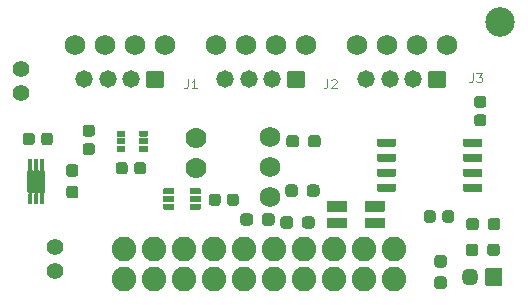
<source format=gts>
%TF.GenerationSoftware,KiCad,Pcbnew,(5.1.9)-1*%
%TF.CreationDate,2021-02-11T09:32:34-08:00*%
%TF.ProjectId,KNH002rev4,4b4e4830-3032-4726-9576-342e6b696361,rev?*%
%TF.SameCoordinates,Original*%
%TF.FileFunction,Soldermask,Top*%
%TF.FilePolarity,Negative*%
%FSLAX46Y46*%
G04 Gerber Fmt 4.6, Leading zero omitted, Abs format (unit mm)*
G04 Created by KiCad (PCBNEW (5.1.9)-1) date 2021-02-11 09:32:34*
%MOMM*%
%LPD*%
G01*
G04 APERTURE LIST*
%ADD10C,0.077216*%
%ADD11C,1.727200*%
%ADD12C,1.473200*%
%ADD13O,1.451600X1.451600*%
%ADD14C,2.501600*%
%ADD15C,1.422400*%
%ADD16C,1.778000*%
%ADD17C,2.082800*%
%ADD18C,0.100000*%
G04 APERTURE END LIST*
%TO.C,J1*%
D10*
X142377155Y-98759070D02*
X142377155Y-99310613D01*
X142340385Y-99420921D01*
X142266846Y-99494460D01*
X142156538Y-99531230D01*
X142082998Y-99531230D01*
X143149315Y-99531230D02*
X142708080Y-99531230D01*
X142928698Y-99531230D02*
X142928698Y-98759070D01*
X142855158Y-98869379D01*
X142781619Y-98942918D01*
X142708080Y-98979687D01*
X142377155Y-98759070D02*
X142377155Y-99310613D01*
X142340385Y-99420921D01*
X142266846Y-99494460D01*
X142156538Y-99531230D01*
X142082998Y-99531230D01*
X143149315Y-99531230D02*
X142708080Y-99531230D01*
X142928698Y-99531230D02*
X142928698Y-98759070D01*
X142855158Y-98869379D01*
X142781619Y-98942918D01*
X142708080Y-98979687D01*
X142377155Y-98759070D02*
X142377155Y-99310613D01*
X142340385Y-99420921D01*
X142266846Y-99494460D01*
X142156538Y-99531230D01*
X142082998Y-99531230D01*
X143149315Y-99531230D02*
X142708080Y-99531230D01*
X142928698Y-99531230D02*
X142928698Y-98759070D01*
X142855158Y-98869379D01*
X142781619Y-98942918D01*
X142708080Y-98979687D01*
X142377155Y-98759070D02*
X142377155Y-99310613D01*
X142340385Y-99420921D01*
X142266846Y-99494460D01*
X142156538Y-99531230D01*
X142082998Y-99531230D01*
X143149315Y-99531230D02*
X142708080Y-99531230D01*
X142928698Y-99531230D02*
X142928698Y-98759070D01*
X142855158Y-98869379D01*
X142781619Y-98942918D01*
X142708080Y-98979687D01*
X142377155Y-98759070D02*
X142377155Y-99310613D01*
X142340385Y-99420921D01*
X142266846Y-99494460D01*
X142156538Y-99531230D01*
X142082998Y-99531230D01*
X143149315Y-99531230D02*
X142708080Y-99531230D01*
X142928698Y-99531230D02*
X142928698Y-98759070D01*
X142855158Y-98869379D01*
X142781619Y-98942918D01*
X142708080Y-98979687D01*
X142377155Y-98759070D02*
X142377155Y-99310613D01*
X142340385Y-99420921D01*
X142266846Y-99494460D01*
X142156538Y-99531230D01*
X142082998Y-99531230D01*
X143149315Y-99531230D02*
X142708080Y-99531230D01*
X142928698Y-99531230D02*
X142928698Y-98759070D01*
X142855158Y-98869379D01*
X142781619Y-98942918D01*
X142708080Y-98979687D01*
X142377155Y-98759070D02*
X142377155Y-99310613D01*
X142340385Y-99420921D01*
X142266846Y-99494460D01*
X142156538Y-99531230D01*
X142082998Y-99531230D01*
X143149315Y-99531230D02*
X142708080Y-99531230D01*
X142928698Y-99531230D02*
X142928698Y-98759070D01*
X142855158Y-98869379D01*
X142781619Y-98942918D01*
X142708080Y-98979687D01*
X142377155Y-98759070D02*
X142377155Y-99310613D01*
X142340385Y-99420921D01*
X142266846Y-99494460D01*
X142156538Y-99531230D01*
X142082998Y-99531230D01*
X143149315Y-99531230D02*
X142708080Y-99531230D01*
X142928698Y-99531230D02*
X142928698Y-98759070D01*
X142855158Y-98869379D01*
X142781619Y-98942918D01*
X142708080Y-98979687D01*
X142377155Y-98759070D02*
X142377155Y-99310613D01*
X142340385Y-99420921D01*
X142266846Y-99494460D01*
X142156538Y-99531230D01*
X142082998Y-99531230D01*
X143149315Y-99531230D02*
X142708080Y-99531230D01*
X142928698Y-99531230D02*
X142928698Y-98759070D01*
X142855158Y-98869379D01*
X142781619Y-98942918D01*
X142708080Y-98979687D01*
X142377155Y-98759070D02*
X142377155Y-99310613D01*
X142340385Y-99420921D01*
X142266846Y-99494460D01*
X142156538Y-99531230D01*
X142082998Y-99531230D01*
X143149315Y-99531230D02*
X142708080Y-99531230D01*
X142928698Y-99531230D02*
X142928698Y-98759070D01*
X142855158Y-98869379D01*
X142781619Y-98942918D01*
X142708080Y-98979687D01*
X142377155Y-98759070D02*
X142377155Y-99310613D01*
X142340385Y-99420921D01*
X142266846Y-99494460D01*
X142156538Y-99531230D01*
X142082998Y-99531230D01*
X143149315Y-99531230D02*
X142708080Y-99531230D01*
X142928698Y-99531230D02*
X142928698Y-98759070D01*
X142855158Y-98869379D01*
X142781619Y-98942918D01*
X142708080Y-98979687D01*
X142377155Y-98759070D02*
X142377155Y-99310613D01*
X142340385Y-99420921D01*
X142266846Y-99494460D01*
X142156538Y-99531230D01*
X142082998Y-99531230D01*
X143149315Y-99531230D02*
X142708080Y-99531230D01*
X142928698Y-99531230D02*
X142928698Y-98759070D01*
X142855158Y-98869379D01*
X142781619Y-98942918D01*
X142708080Y-98979687D01*
X142377155Y-98759070D02*
X142377155Y-99310613D01*
X142340385Y-99420921D01*
X142266846Y-99494460D01*
X142156538Y-99531230D01*
X142082998Y-99531230D01*
X143149315Y-99531230D02*
X142708080Y-99531230D01*
X142928698Y-99531230D02*
X142928698Y-98759070D01*
X142855158Y-98869379D01*
X142781619Y-98942918D01*
X142708080Y-98979687D01*
X142377155Y-98759070D02*
X142377155Y-99310613D01*
X142340385Y-99420921D01*
X142266846Y-99494460D01*
X142156538Y-99531230D01*
X142082998Y-99531230D01*
X143149315Y-99531230D02*
X142708080Y-99531230D01*
X142928698Y-99531230D02*
X142928698Y-98759070D01*
X142855158Y-98869379D01*
X142781619Y-98942918D01*
X142708080Y-98979687D01*
X142377155Y-98759070D02*
X142377155Y-99310613D01*
X142340385Y-99420921D01*
X142266846Y-99494460D01*
X142156538Y-99531230D01*
X142082998Y-99531230D01*
X143149315Y-99531230D02*
X142708080Y-99531230D01*
X142928698Y-99531230D02*
X142928698Y-98759070D01*
X142855158Y-98869379D01*
X142781619Y-98942918D01*
X142708080Y-98979687D01*
X142377155Y-98759070D02*
X142377155Y-99310613D01*
X142340385Y-99420921D01*
X142266846Y-99494460D01*
X142156538Y-99531230D01*
X142082998Y-99531230D01*
X143149315Y-99531230D02*
X142708080Y-99531230D01*
X142928698Y-99531230D02*
X142928698Y-98759070D01*
X142855158Y-98869379D01*
X142781619Y-98942918D01*
X142708080Y-98979687D01*
X142377155Y-98759070D02*
X142377155Y-99310613D01*
X142340385Y-99420921D01*
X142266846Y-99494460D01*
X142156538Y-99531230D01*
X142082998Y-99531230D01*
X143149315Y-99531230D02*
X142708080Y-99531230D01*
X142928698Y-99531230D02*
X142928698Y-98759070D01*
X142855158Y-98869379D01*
X142781619Y-98942918D01*
X142708080Y-98979687D01*
X142377155Y-98759070D02*
X142377155Y-99310613D01*
X142340385Y-99420921D01*
X142266846Y-99494460D01*
X142156538Y-99531230D01*
X142082998Y-99531230D01*
X143149315Y-99531230D02*
X142708080Y-99531230D01*
X142928698Y-99531230D02*
X142928698Y-98759070D01*
X142855158Y-98869379D01*
X142781619Y-98942918D01*
X142708080Y-98979687D01*
X142377155Y-98759070D02*
X142377155Y-99310613D01*
X142340385Y-99420921D01*
X142266846Y-99494460D01*
X142156538Y-99531230D01*
X142082998Y-99531230D01*
X143149315Y-99531230D02*
X142708080Y-99531230D01*
X142928698Y-99531230D02*
X142928698Y-98759070D01*
X142855158Y-98869379D01*
X142781619Y-98942918D01*
X142708080Y-98979687D01*
X142377155Y-98759070D02*
X142377155Y-99310613D01*
X142340385Y-99420921D01*
X142266846Y-99494460D01*
X142156538Y-99531230D01*
X142082998Y-99531230D01*
X143149315Y-99531230D02*
X142708080Y-99531230D01*
X142928698Y-99531230D02*
X142928698Y-98759070D01*
X142855158Y-98869379D01*
X142781619Y-98942918D01*
X142708080Y-98979687D01*
X142377155Y-98759070D02*
X142377155Y-99310613D01*
X142340385Y-99420921D01*
X142266846Y-99494460D01*
X142156538Y-99531230D01*
X142082998Y-99531230D01*
X143149315Y-99531230D02*
X142708080Y-99531230D01*
X142928698Y-99531230D02*
X142928698Y-98759070D01*
X142855158Y-98869379D01*
X142781619Y-98942918D01*
X142708080Y-98979687D01*
X142377155Y-98759070D02*
X142377155Y-99310613D01*
X142340385Y-99420921D01*
X142266846Y-99494460D01*
X142156538Y-99531230D01*
X142082998Y-99531230D01*
X143149315Y-99531230D02*
X142708080Y-99531230D01*
X142928698Y-99531230D02*
X142928698Y-98759070D01*
X142855158Y-98869379D01*
X142781619Y-98942918D01*
X142708080Y-98979687D01*
X142377155Y-98759070D02*
X142377155Y-99310613D01*
X142340385Y-99420921D01*
X142266846Y-99494460D01*
X142156538Y-99531230D01*
X142082998Y-99531230D01*
X143149315Y-99531230D02*
X142708080Y-99531230D01*
X142928698Y-99531230D02*
X142928698Y-98759070D01*
X142855158Y-98869379D01*
X142781619Y-98942918D01*
X142708080Y-98979687D01*
X142377155Y-98759070D02*
X142377155Y-99310613D01*
X142340385Y-99420921D01*
X142266846Y-99494460D01*
X142156538Y-99531230D01*
X142082998Y-99531230D01*
X143149315Y-99531230D02*
X142708080Y-99531230D01*
X142928698Y-99531230D02*
X142928698Y-98759070D01*
X142855158Y-98869379D01*
X142781619Y-98942918D01*
X142708080Y-98979687D01*
X142377155Y-98759070D02*
X142377155Y-99310613D01*
X142340385Y-99420921D01*
X142266846Y-99494460D01*
X142156538Y-99531230D01*
X142082998Y-99531230D01*
X143149315Y-99531230D02*
X142708080Y-99531230D01*
X142928698Y-99531230D02*
X142928698Y-98759070D01*
X142855158Y-98869379D01*
X142781619Y-98942918D01*
X142708080Y-98979687D01*
X142377155Y-98759070D02*
X142377155Y-99310613D01*
X142340385Y-99420921D01*
X142266846Y-99494460D01*
X142156538Y-99531230D01*
X142082998Y-99531230D01*
X143149315Y-99531230D02*
X142708080Y-99531230D01*
X142928698Y-99531230D02*
X142928698Y-98759070D01*
X142855158Y-98869379D01*
X142781619Y-98942918D01*
X142708080Y-98979687D01*
%TO.C,J2*%
X154188155Y-98759070D02*
X154188155Y-99310613D01*
X154151385Y-99420921D01*
X154077846Y-99494460D01*
X153967538Y-99531230D01*
X153893998Y-99531230D01*
X154519080Y-98832609D02*
X154555850Y-98795840D01*
X154629389Y-98759070D01*
X154813237Y-98759070D01*
X154886776Y-98795840D01*
X154923545Y-98832609D01*
X154960315Y-98906148D01*
X154960315Y-98979687D01*
X154923545Y-99089996D01*
X154482311Y-99531230D01*
X154960315Y-99531230D01*
X154188155Y-98759070D02*
X154188155Y-99310613D01*
X154151385Y-99420921D01*
X154077846Y-99494460D01*
X153967538Y-99531230D01*
X153893998Y-99531230D01*
X154519080Y-98832609D02*
X154555850Y-98795840D01*
X154629389Y-98759070D01*
X154813237Y-98759070D01*
X154886776Y-98795840D01*
X154923545Y-98832609D01*
X154960315Y-98906148D01*
X154960315Y-98979687D01*
X154923545Y-99089996D01*
X154482311Y-99531230D01*
X154960315Y-99531230D01*
X154188155Y-98759070D02*
X154188155Y-99310613D01*
X154151385Y-99420921D01*
X154077846Y-99494460D01*
X153967538Y-99531230D01*
X153893998Y-99531230D01*
X154519080Y-98832609D02*
X154555850Y-98795840D01*
X154629389Y-98759070D01*
X154813237Y-98759070D01*
X154886776Y-98795840D01*
X154923545Y-98832609D01*
X154960315Y-98906148D01*
X154960315Y-98979687D01*
X154923545Y-99089996D01*
X154482311Y-99531230D01*
X154960315Y-99531230D01*
X154188155Y-98759070D02*
X154188155Y-99310613D01*
X154151385Y-99420921D01*
X154077846Y-99494460D01*
X153967538Y-99531230D01*
X153893998Y-99531230D01*
X154519080Y-98832609D02*
X154555850Y-98795840D01*
X154629389Y-98759070D01*
X154813237Y-98759070D01*
X154886776Y-98795840D01*
X154923545Y-98832609D01*
X154960315Y-98906148D01*
X154960315Y-98979687D01*
X154923545Y-99089996D01*
X154482311Y-99531230D01*
X154960315Y-99531230D01*
X154188155Y-98759070D02*
X154188155Y-99310613D01*
X154151385Y-99420921D01*
X154077846Y-99494460D01*
X153967538Y-99531230D01*
X153893998Y-99531230D01*
X154519080Y-98832609D02*
X154555850Y-98795840D01*
X154629389Y-98759070D01*
X154813237Y-98759070D01*
X154886776Y-98795840D01*
X154923545Y-98832609D01*
X154960315Y-98906148D01*
X154960315Y-98979687D01*
X154923545Y-99089996D01*
X154482311Y-99531230D01*
X154960315Y-99531230D01*
X154188155Y-98759070D02*
X154188155Y-99310613D01*
X154151385Y-99420921D01*
X154077846Y-99494460D01*
X153967538Y-99531230D01*
X153893998Y-99531230D01*
X154519080Y-98832609D02*
X154555850Y-98795840D01*
X154629389Y-98759070D01*
X154813237Y-98759070D01*
X154886776Y-98795840D01*
X154923545Y-98832609D01*
X154960315Y-98906148D01*
X154960315Y-98979687D01*
X154923545Y-99089996D01*
X154482311Y-99531230D01*
X154960315Y-99531230D01*
X154188155Y-98759070D02*
X154188155Y-99310613D01*
X154151385Y-99420921D01*
X154077846Y-99494460D01*
X153967538Y-99531230D01*
X153893998Y-99531230D01*
X154519080Y-98832609D02*
X154555850Y-98795840D01*
X154629389Y-98759070D01*
X154813237Y-98759070D01*
X154886776Y-98795840D01*
X154923545Y-98832609D01*
X154960315Y-98906148D01*
X154960315Y-98979687D01*
X154923545Y-99089996D01*
X154482311Y-99531230D01*
X154960315Y-99531230D01*
X154188155Y-98759070D02*
X154188155Y-99310613D01*
X154151385Y-99420921D01*
X154077846Y-99494460D01*
X153967538Y-99531230D01*
X153893998Y-99531230D01*
X154519080Y-98832609D02*
X154555850Y-98795840D01*
X154629389Y-98759070D01*
X154813237Y-98759070D01*
X154886776Y-98795840D01*
X154923545Y-98832609D01*
X154960315Y-98906148D01*
X154960315Y-98979687D01*
X154923545Y-99089996D01*
X154482311Y-99531230D01*
X154960315Y-99531230D01*
X154188155Y-98759070D02*
X154188155Y-99310613D01*
X154151385Y-99420921D01*
X154077846Y-99494460D01*
X153967538Y-99531230D01*
X153893998Y-99531230D01*
X154519080Y-98832609D02*
X154555850Y-98795840D01*
X154629389Y-98759070D01*
X154813237Y-98759070D01*
X154886776Y-98795840D01*
X154923545Y-98832609D01*
X154960315Y-98906148D01*
X154960315Y-98979687D01*
X154923545Y-99089996D01*
X154482311Y-99531230D01*
X154960315Y-99531230D01*
X154188155Y-98759070D02*
X154188155Y-99310613D01*
X154151385Y-99420921D01*
X154077846Y-99494460D01*
X153967538Y-99531230D01*
X153893998Y-99531230D01*
X154519080Y-98832609D02*
X154555850Y-98795840D01*
X154629389Y-98759070D01*
X154813237Y-98759070D01*
X154886776Y-98795840D01*
X154923545Y-98832609D01*
X154960315Y-98906148D01*
X154960315Y-98979687D01*
X154923545Y-99089996D01*
X154482311Y-99531230D01*
X154960315Y-99531230D01*
X154188155Y-98759070D02*
X154188155Y-99310613D01*
X154151385Y-99420921D01*
X154077846Y-99494460D01*
X153967538Y-99531230D01*
X153893998Y-99531230D01*
X154519080Y-98832609D02*
X154555850Y-98795840D01*
X154629389Y-98759070D01*
X154813237Y-98759070D01*
X154886776Y-98795840D01*
X154923545Y-98832609D01*
X154960315Y-98906148D01*
X154960315Y-98979687D01*
X154923545Y-99089996D01*
X154482311Y-99531230D01*
X154960315Y-99531230D01*
X154188155Y-98759070D02*
X154188155Y-99310613D01*
X154151385Y-99420921D01*
X154077846Y-99494460D01*
X153967538Y-99531230D01*
X153893998Y-99531230D01*
X154519080Y-98832609D02*
X154555850Y-98795840D01*
X154629389Y-98759070D01*
X154813237Y-98759070D01*
X154886776Y-98795840D01*
X154923545Y-98832609D01*
X154960315Y-98906148D01*
X154960315Y-98979687D01*
X154923545Y-99089996D01*
X154482311Y-99531230D01*
X154960315Y-99531230D01*
X154188155Y-98759070D02*
X154188155Y-99310613D01*
X154151385Y-99420921D01*
X154077846Y-99494460D01*
X153967538Y-99531230D01*
X153893998Y-99531230D01*
X154519080Y-98832609D02*
X154555850Y-98795840D01*
X154629389Y-98759070D01*
X154813237Y-98759070D01*
X154886776Y-98795840D01*
X154923545Y-98832609D01*
X154960315Y-98906148D01*
X154960315Y-98979687D01*
X154923545Y-99089996D01*
X154482311Y-99531230D01*
X154960315Y-99531230D01*
X154188155Y-98759070D02*
X154188155Y-99310613D01*
X154151385Y-99420921D01*
X154077846Y-99494460D01*
X153967538Y-99531230D01*
X153893998Y-99531230D01*
X154519080Y-98832609D02*
X154555850Y-98795840D01*
X154629389Y-98759070D01*
X154813237Y-98759070D01*
X154886776Y-98795840D01*
X154923545Y-98832609D01*
X154960315Y-98906148D01*
X154960315Y-98979687D01*
X154923545Y-99089996D01*
X154482311Y-99531230D01*
X154960315Y-99531230D01*
X154188155Y-98759070D02*
X154188155Y-99310613D01*
X154151385Y-99420921D01*
X154077846Y-99494460D01*
X153967538Y-99531230D01*
X153893998Y-99531230D01*
X154519080Y-98832609D02*
X154555850Y-98795840D01*
X154629389Y-98759070D01*
X154813237Y-98759070D01*
X154886776Y-98795840D01*
X154923545Y-98832609D01*
X154960315Y-98906148D01*
X154960315Y-98979687D01*
X154923545Y-99089996D01*
X154482311Y-99531230D01*
X154960315Y-99531230D01*
X154188155Y-98759070D02*
X154188155Y-99310613D01*
X154151385Y-99420921D01*
X154077846Y-99494460D01*
X153967538Y-99531230D01*
X153893998Y-99531230D01*
X154519080Y-98832609D02*
X154555850Y-98795840D01*
X154629389Y-98759070D01*
X154813237Y-98759070D01*
X154886776Y-98795840D01*
X154923545Y-98832609D01*
X154960315Y-98906148D01*
X154960315Y-98979687D01*
X154923545Y-99089996D01*
X154482311Y-99531230D01*
X154960315Y-99531230D01*
X154188155Y-98759070D02*
X154188155Y-99310613D01*
X154151385Y-99420921D01*
X154077846Y-99494460D01*
X153967538Y-99531230D01*
X153893998Y-99531230D01*
X154519080Y-98832609D02*
X154555850Y-98795840D01*
X154629389Y-98759070D01*
X154813237Y-98759070D01*
X154886776Y-98795840D01*
X154923545Y-98832609D01*
X154960315Y-98906148D01*
X154960315Y-98979687D01*
X154923545Y-99089996D01*
X154482311Y-99531230D01*
X154960315Y-99531230D01*
X154188155Y-98759070D02*
X154188155Y-99310613D01*
X154151385Y-99420921D01*
X154077846Y-99494460D01*
X153967538Y-99531230D01*
X153893998Y-99531230D01*
X154519080Y-98832609D02*
X154555850Y-98795840D01*
X154629389Y-98759070D01*
X154813237Y-98759070D01*
X154886776Y-98795840D01*
X154923545Y-98832609D01*
X154960315Y-98906148D01*
X154960315Y-98979687D01*
X154923545Y-99089996D01*
X154482311Y-99531230D01*
X154960315Y-99531230D01*
X154188155Y-98759070D02*
X154188155Y-99310613D01*
X154151385Y-99420921D01*
X154077846Y-99494460D01*
X153967538Y-99531230D01*
X153893998Y-99531230D01*
X154519080Y-98832609D02*
X154555850Y-98795840D01*
X154629389Y-98759070D01*
X154813237Y-98759070D01*
X154886776Y-98795840D01*
X154923545Y-98832609D01*
X154960315Y-98906148D01*
X154960315Y-98979687D01*
X154923545Y-99089996D01*
X154482311Y-99531230D01*
X154960315Y-99531230D01*
X154188155Y-98759070D02*
X154188155Y-99310613D01*
X154151385Y-99420921D01*
X154077846Y-99494460D01*
X153967538Y-99531230D01*
X153893998Y-99531230D01*
X154519080Y-98832609D02*
X154555850Y-98795840D01*
X154629389Y-98759070D01*
X154813237Y-98759070D01*
X154886776Y-98795840D01*
X154923545Y-98832609D01*
X154960315Y-98906148D01*
X154960315Y-98979687D01*
X154923545Y-99089996D01*
X154482311Y-99531230D01*
X154960315Y-99531230D01*
X154188155Y-98759070D02*
X154188155Y-99310613D01*
X154151385Y-99420921D01*
X154077846Y-99494460D01*
X153967538Y-99531230D01*
X153893998Y-99531230D01*
X154519080Y-98832609D02*
X154555850Y-98795840D01*
X154629389Y-98759070D01*
X154813237Y-98759070D01*
X154886776Y-98795840D01*
X154923545Y-98832609D01*
X154960315Y-98906148D01*
X154960315Y-98979687D01*
X154923545Y-99089996D01*
X154482311Y-99531230D01*
X154960315Y-99531230D01*
X154188155Y-98759070D02*
X154188155Y-99310613D01*
X154151385Y-99420921D01*
X154077846Y-99494460D01*
X153967538Y-99531230D01*
X153893998Y-99531230D01*
X154519080Y-98832609D02*
X154555850Y-98795840D01*
X154629389Y-98759070D01*
X154813237Y-98759070D01*
X154886776Y-98795840D01*
X154923545Y-98832609D01*
X154960315Y-98906148D01*
X154960315Y-98979687D01*
X154923545Y-99089996D01*
X154482311Y-99531230D01*
X154960315Y-99531230D01*
X154188155Y-98759070D02*
X154188155Y-99310613D01*
X154151385Y-99420921D01*
X154077846Y-99494460D01*
X153967538Y-99531230D01*
X153893998Y-99531230D01*
X154519080Y-98832609D02*
X154555850Y-98795840D01*
X154629389Y-98759070D01*
X154813237Y-98759070D01*
X154886776Y-98795840D01*
X154923545Y-98832609D01*
X154960315Y-98906148D01*
X154960315Y-98979687D01*
X154923545Y-99089996D01*
X154482311Y-99531230D01*
X154960315Y-99531230D01*
X154188155Y-98759070D02*
X154188155Y-99310613D01*
X154151385Y-99420921D01*
X154077846Y-99494460D01*
X153967538Y-99531230D01*
X153893998Y-99531230D01*
X154519080Y-98832609D02*
X154555850Y-98795840D01*
X154629389Y-98759070D01*
X154813237Y-98759070D01*
X154886776Y-98795840D01*
X154923545Y-98832609D01*
X154960315Y-98906148D01*
X154960315Y-98979687D01*
X154923545Y-99089996D01*
X154482311Y-99531230D01*
X154960315Y-99531230D01*
X154188155Y-98759070D02*
X154188155Y-99310613D01*
X154151385Y-99420921D01*
X154077846Y-99494460D01*
X153967538Y-99531230D01*
X153893998Y-99531230D01*
X154519080Y-98832609D02*
X154555850Y-98795840D01*
X154629389Y-98759070D01*
X154813237Y-98759070D01*
X154886776Y-98795840D01*
X154923545Y-98832609D01*
X154960315Y-98906148D01*
X154960315Y-98979687D01*
X154923545Y-99089996D01*
X154482311Y-99531230D01*
X154960315Y-99531230D01*
X154188155Y-98759070D02*
X154188155Y-99310613D01*
X154151385Y-99420921D01*
X154077846Y-99494460D01*
X153967538Y-99531230D01*
X153893998Y-99531230D01*
X154519080Y-98832609D02*
X154555850Y-98795840D01*
X154629389Y-98759070D01*
X154813237Y-98759070D01*
X154886776Y-98795840D01*
X154923545Y-98832609D01*
X154960315Y-98906148D01*
X154960315Y-98979687D01*
X154923545Y-99089996D01*
X154482311Y-99531230D01*
X154960315Y-99531230D01*
%TO.C,J3*%
X166507155Y-98251070D02*
X166507155Y-98802613D01*
X166470385Y-98912921D01*
X166396846Y-98986460D01*
X166286538Y-99023230D01*
X166212998Y-99023230D01*
X166801311Y-98251070D02*
X167279315Y-98251070D01*
X167021928Y-98545226D01*
X167132237Y-98545226D01*
X167205776Y-98581996D01*
X167242545Y-98618765D01*
X167279315Y-98692304D01*
X167279315Y-98876152D01*
X167242545Y-98949691D01*
X167205776Y-98986460D01*
X167132237Y-99023230D01*
X166911619Y-99023230D01*
X166838080Y-98986460D01*
X166801311Y-98949691D01*
X166507155Y-98251070D02*
X166507155Y-98802613D01*
X166470385Y-98912921D01*
X166396846Y-98986460D01*
X166286538Y-99023230D01*
X166212998Y-99023230D01*
X166801311Y-98251070D02*
X167279315Y-98251070D01*
X167021928Y-98545226D01*
X167132237Y-98545226D01*
X167205776Y-98581996D01*
X167242545Y-98618765D01*
X167279315Y-98692304D01*
X167279315Y-98876152D01*
X167242545Y-98949691D01*
X167205776Y-98986460D01*
X167132237Y-99023230D01*
X166911619Y-99023230D01*
X166838080Y-98986460D01*
X166801311Y-98949691D01*
X166507155Y-98251070D02*
X166507155Y-98802613D01*
X166470385Y-98912921D01*
X166396846Y-98986460D01*
X166286538Y-99023230D01*
X166212998Y-99023230D01*
X166801311Y-98251070D02*
X167279315Y-98251070D01*
X167021928Y-98545226D01*
X167132237Y-98545226D01*
X167205776Y-98581996D01*
X167242545Y-98618765D01*
X167279315Y-98692304D01*
X167279315Y-98876152D01*
X167242545Y-98949691D01*
X167205776Y-98986460D01*
X167132237Y-99023230D01*
X166911619Y-99023230D01*
X166838080Y-98986460D01*
X166801311Y-98949691D01*
X166507155Y-98251070D02*
X166507155Y-98802613D01*
X166470385Y-98912921D01*
X166396846Y-98986460D01*
X166286538Y-99023230D01*
X166212998Y-99023230D01*
X166801311Y-98251070D02*
X167279315Y-98251070D01*
X167021928Y-98545226D01*
X167132237Y-98545226D01*
X167205776Y-98581996D01*
X167242545Y-98618765D01*
X167279315Y-98692304D01*
X167279315Y-98876152D01*
X167242545Y-98949691D01*
X167205776Y-98986460D01*
X167132237Y-99023230D01*
X166911619Y-99023230D01*
X166838080Y-98986460D01*
X166801311Y-98949691D01*
X166507155Y-98251070D02*
X166507155Y-98802613D01*
X166470385Y-98912921D01*
X166396846Y-98986460D01*
X166286538Y-99023230D01*
X166212998Y-99023230D01*
X166801311Y-98251070D02*
X167279315Y-98251070D01*
X167021928Y-98545226D01*
X167132237Y-98545226D01*
X167205776Y-98581996D01*
X167242545Y-98618765D01*
X167279315Y-98692304D01*
X167279315Y-98876152D01*
X167242545Y-98949691D01*
X167205776Y-98986460D01*
X167132237Y-99023230D01*
X166911619Y-99023230D01*
X166838080Y-98986460D01*
X166801311Y-98949691D01*
X166507155Y-98251070D02*
X166507155Y-98802613D01*
X166470385Y-98912921D01*
X166396846Y-98986460D01*
X166286538Y-99023230D01*
X166212998Y-99023230D01*
X166801311Y-98251070D02*
X167279315Y-98251070D01*
X167021928Y-98545226D01*
X167132237Y-98545226D01*
X167205776Y-98581996D01*
X167242545Y-98618765D01*
X167279315Y-98692304D01*
X167279315Y-98876152D01*
X167242545Y-98949691D01*
X167205776Y-98986460D01*
X167132237Y-99023230D01*
X166911619Y-99023230D01*
X166838080Y-98986460D01*
X166801311Y-98949691D01*
X166507155Y-98251070D02*
X166507155Y-98802613D01*
X166470385Y-98912921D01*
X166396846Y-98986460D01*
X166286538Y-99023230D01*
X166212998Y-99023230D01*
X166801311Y-98251070D02*
X167279315Y-98251070D01*
X167021928Y-98545226D01*
X167132237Y-98545226D01*
X167205776Y-98581996D01*
X167242545Y-98618765D01*
X167279315Y-98692304D01*
X167279315Y-98876152D01*
X167242545Y-98949691D01*
X167205776Y-98986460D01*
X167132237Y-99023230D01*
X166911619Y-99023230D01*
X166838080Y-98986460D01*
X166801311Y-98949691D01*
X166507155Y-98251070D02*
X166507155Y-98802613D01*
X166470385Y-98912921D01*
X166396846Y-98986460D01*
X166286538Y-99023230D01*
X166212998Y-99023230D01*
X166801311Y-98251070D02*
X167279315Y-98251070D01*
X167021928Y-98545226D01*
X167132237Y-98545226D01*
X167205776Y-98581996D01*
X167242545Y-98618765D01*
X167279315Y-98692304D01*
X167279315Y-98876152D01*
X167242545Y-98949691D01*
X167205776Y-98986460D01*
X167132237Y-99023230D01*
X166911619Y-99023230D01*
X166838080Y-98986460D01*
X166801311Y-98949691D01*
X166507155Y-98251070D02*
X166507155Y-98802613D01*
X166470385Y-98912921D01*
X166396846Y-98986460D01*
X166286538Y-99023230D01*
X166212998Y-99023230D01*
X166801311Y-98251070D02*
X167279315Y-98251070D01*
X167021928Y-98545226D01*
X167132237Y-98545226D01*
X167205776Y-98581996D01*
X167242545Y-98618765D01*
X167279315Y-98692304D01*
X167279315Y-98876152D01*
X167242545Y-98949691D01*
X167205776Y-98986460D01*
X167132237Y-99023230D01*
X166911619Y-99023230D01*
X166838080Y-98986460D01*
X166801311Y-98949691D01*
X166507155Y-98251070D02*
X166507155Y-98802613D01*
X166470385Y-98912921D01*
X166396846Y-98986460D01*
X166286538Y-99023230D01*
X166212998Y-99023230D01*
X166801311Y-98251070D02*
X167279315Y-98251070D01*
X167021928Y-98545226D01*
X167132237Y-98545226D01*
X167205776Y-98581996D01*
X167242545Y-98618765D01*
X167279315Y-98692304D01*
X167279315Y-98876152D01*
X167242545Y-98949691D01*
X167205776Y-98986460D01*
X167132237Y-99023230D01*
X166911619Y-99023230D01*
X166838080Y-98986460D01*
X166801311Y-98949691D01*
X166507155Y-98251070D02*
X166507155Y-98802613D01*
X166470385Y-98912921D01*
X166396846Y-98986460D01*
X166286538Y-99023230D01*
X166212998Y-99023230D01*
X166801311Y-98251070D02*
X167279315Y-98251070D01*
X167021928Y-98545226D01*
X167132237Y-98545226D01*
X167205776Y-98581996D01*
X167242545Y-98618765D01*
X167279315Y-98692304D01*
X167279315Y-98876152D01*
X167242545Y-98949691D01*
X167205776Y-98986460D01*
X167132237Y-99023230D01*
X166911619Y-99023230D01*
X166838080Y-98986460D01*
X166801311Y-98949691D01*
X166507155Y-98251070D02*
X166507155Y-98802613D01*
X166470385Y-98912921D01*
X166396846Y-98986460D01*
X166286538Y-99023230D01*
X166212998Y-99023230D01*
X166801311Y-98251070D02*
X167279315Y-98251070D01*
X167021928Y-98545226D01*
X167132237Y-98545226D01*
X167205776Y-98581996D01*
X167242545Y-98618765D01*
X167279315Y-98692304D01*
X167279315Y-98876152D01*
X167242545Y-98949691D01*
X167205776Y-98986460D01*
X167132237Y-99023230D01*
X166911619Y-99023230D01*
X166838080Y-98986460D01*
X166801311Y-98949691D01*
X166507155Y-98251070D02*
X166507155Y-98802613D01*
X166470385Y-98912921D01*
X166396846Y-98986460D01*
X166286538Y-99023230D01*
X166212998Y-99023230D01*
X166801311Y-98251070D02*
X167279315Y-98251070D01*
X167021928Y-98545226D01*
X167132237Y-98545226D01*
X167205776Y-98581996D01*
X167242545Y-98618765D01*
X167279315Y-98692304D01*
X167279315Y-98876152D01*
X167242545Y-98949691D01*
X167205776Y-98986460D01*
X167132237Y-99023230D01*
X166911619Y-99023230D01*
X166838080Y-98986460D01*
X166801311Y-98949691D01*
X166507155Y-98251070D02*
X166507155Y-98802613D01*
X166470385Y-98912921D01*
X166396846Y-98986460D01*
X166286538Y-99023230D01*
X166212998Y-99023230D01*
X166801311Y-98251070D02*
X167279315Y-98251070D01*
X167021928Y-98545226D01*
X167132237Y-98545226D01*
X167205776Y-98581996D01*
X167242545Y-98618765D01*
X167279315Y-98692304D01*
X167279315Y-98876152D01*
X167242545Y-98949691D01*
X167205776Y-98986460D01*
X167132237Y-99023230D01*
X166911619Y-99023230D01*
X166838080Y-98986460D01*
X166801311Y-98949691D01*
X166507155Y-98251070D02*
X166507155Y-98802613D01*
X166470385Y-98912921D01*
X166396846Y-98986460D01*
X166286538Y-99023230D01*
X166212998Y-99023230D01*
X166801311Y-98251070D02*
X167279315Y-98251070D01*
X167021928Y-98545226D01*
X167132237Y-98545226D01*
X167205776Y-98581996D01*
X167242545Y-98618765D01*
X167279315Y-98692304D01*
X167279315Y-98876152D01*
X167242545Y-98949691D01*
X167205776Y-98986460D01*
X167132237Y-99023230D01*
X166911619Y-99023230D01*
X166838080Y-98986460D01*
X166801311Y-98949691D01*
X166507155Y-98251070D02*
X166507155Y-98802613D01*
X166470385Y-98912921D01*
X166396846Y-98986460D01*
X166286538Y-99023230D01*
X166212998Y-99023230D01*
X166801311Y-98251070D02*
X167279315Y-98251070D01*
X167021928Y-98545226D01*
X167132237Y-98545226D01*
X167205776Y-98581996D01*
X167242545Y-98618765D01*
X167279315Y-98692304D01*
X167279315Y-98876152D01*
X167242545Y-98949691D01*
X167205776Y-98986460D01*
X167132237Y-99023230D01*
X166911619Y-99023230D01*
X166838080Y-98986460D01*
X166801311Y-98949691D01*
X166507155Y-98251070D02*
X166507155Y-98802613D01*
X166470385Y-98912921D01*
X166396846Y-98986460D01*
X166286538Y-99023230D01*
X166212998Y-99023230D01*
X166801311Y-98251070D02*
X167279315Y-98251070D01*
X167021928Y-98545226D01*
X167132237Y-98545226D01*
X167205776Y-98581996D01*
X167242545Y-98618765D01*
X167279315Y-98692304D01*
X167279315Y-98876152D01*
X167242545Y-98949691D01*
X167205776Y-98986460D01*
X167132237Y-99023230D01*
X166911619Y-99023230D01*
X166838080Y-98986460D01*
X166801311Y-98949691D01*
X166507155Y-98251070D02*
X166507155Y-98802613D01*
X166470385Y-98912921D01*
X166396846Y-98986460D01*
X166286538Y-99023230D01*
X166212998Y-99023230D01*
X166801311Y-98251070D02*
X167279315Y-98251070D01*
X167021928Y-98545226D01*
X167132237Y-98545226D01*
X167205776Y-98581996D01*
X167242545Y-98618765D01*
X167279315Y-98692304D01*
X167279315Y-98876152D01*
X167242545Y-98949691D01*
X167205776Y-98986460D01*
X167132237Y-99023230D01*
X166911619Y-99023230D01*
X166838080Y-98986460D01*
X166801311Y-98949691D01*
X166507155Y-98251070D02*
X166507155Y-98802613D01*
X166470385Y-98912921D01*
X166396846Y-98986460D01*
X166286538Y-99023230D01*
X166212998Y-99023230D01*
X166801311Y-98251070D02*
X167279315Y-98251070D01*
X167021928Y-98545226D01*
X167132237Y-98545226D01*
X167205776Y-98581996D01*
X167242545Y-98618765D01*
X167279315Y-98692304D01*
X167279315Y-98876152D01*
X167242545Y-98949691D01*
X167205776Y-98986460D01*
X167132237Y-99023230D01*
X166911619Y-99023230D01*
X166838080Y-98986460D01*
X166801311Y-98949691D01*
X166507155Y-98251070D02*
X166507155Y-98802613D01*
X166470385Y-98912921D01*
X166396846Y-98986460D01*
X166286538Y-99023230D01*
X166212998Y-99023230D01*
X166801311Y-98251070D02*
X167279315Y-98251070D01*
X167021928Y-98545226D01*
X167132237Y-98545226D01*
X167205776Y-98581996D01*
X167242545Y-98618765D01*
X167279315Y-98692304D01*
X167279315Y-98876152D01*
X167242545Y-98949691D01*
X167205776Y-98986460D01*
X167132237Y-99023230D01*
X166911619Y-99023230D01*
X166838080Y-98986460D01*
X166801311Y-98949691D01*
X166507155Y-98251070D02*
X166507155Y-98802613D01*
X166470385Y-98912921D01*
X166396846Y-98986460D01*
X166286538Y-99023230D01*
X166212998Y-99023230D01*
X166801311Y-98251070D02*
X167279315Y-98251070D01*
X167021928Y-98545226D01*
X167132237Y-98545226D01*
X167205776Y-98581996D01*
X167242545Y-98618765D01*
X167279315Y-98692304D01*
X167279315Y-98876152D01*
X167242545Y-98949691D01*
X167205776Y-98986460D01*
X167132237Y-99023230D01*
X166911619Y-99023230D01*
X166838080Y-98986460D01*
X166801311Y-98949691D01*
X166507155Y-98251070D02*
X166507155Y-98802613D01*
X166470385Y-98912921D01*
X166396846Y-98986460D01*
X166286538Y-99023230D01*
X166212998Y-99023230D01*
X166801311Y-98251070D02*
X167279315Y-98251070D01*
X167021928Y-98545226D01*
X167132237Y-98545226D01*
X167205776Y-98581996D01*
X167242545Y-98618765D01*
X167279315Y-98692304D01*
X167279315Y-98876152D01*
X167242545Y-98949691D01*
X167205776Y-98986460D01*
X167132237Y-99023230D01*
X166911619Y-99023230D01*
X166838080Y-98986460D01*
X166801311Y-98949691D01*
X166507155Y-98251070D02*
X166507155Y-98802613D01*
X166470385Y-98912921D01*
X166396846Y-98986460D01*
X166286538Y-99023230D01*
X166212998Y-99023230D01*
X166801311Y-98251070D02*
X167279315Y-98251070D01*
X167021928Y-98545226D01*
X167132237Y-98545226D01*
X167205776Y-98581996D01*
X167242545Y-98618765D01*
X167279315Y-98692304D01*
X167279315Y-98876152D01*
X167242545Y-98949691D01*
X167205776Y-98986460D01*
X167132237Y-99023230D01*
X166911619Y-99023230D01*
X166838080Y-98986460D01*
X166801311Y-98949691D01*
X166507155Y-98251070D02*
X166507155Y-98802613D01*
X166470385Y-98912921D01*
X166396846Y-98986460D01*
X166286538Y-99023230D01*
X166212998Y-99023230D01*
X166801311Y-98251070D02*
X167279315Y-98251070D01*
X167021928Y-98545226D01*
X167132237Y-98545226D01*
X167205776Y-98581996D01*
X167242545Y-98618765D01*
X167279315Y-98692304D01*
X167279315Y-98876152D01*
X167242545Y-98949691D01*
X167205776Y-98986460D01*
X167132237Y-99023230D01*
X166911619Y-99023230D01*
X166838080Y-98986460D01*
X166801311Y-98949691D01*
X166507155Y-98251070D02*
X166507155Y-98802613D01*
X166470385Y-98912921D01*
X166396846Y-98986460D01*
X166286538Y-99023230D01*
X166212998Y-99023230D01*
X166801311Y-98251070D02*
X167279315Y-98251070D01*
X167021928Y-98545226D01*
X167132237Y-98545226D01*
X167205776Y-98581996D01*
X167242545Y-98618765D01*
X167279315Y-98692304D01*
X167279315Y-98876152D01*
X167242545Y-98949691D01*
X167205776Y-98986460D01*
X167132237Y-99023230D01*
X166911619Y-99023230D01*
X166838080Y-98986460D01*
X166801311Y-98949691D01*
X166507155Y-98251070D02*
X166507155Y-98802613D01*
X166470385Y-98912921D01*
X166396846Y-98986460D01*
X166286538Y-99023230D01*
X166212998Y-99023230D01*
X166801311Y-98251070D02*
X167279315Y-98251070D01*
X167021928Y-98545226D01*
X167132237Y-98545226D01*
X167205776Y-98581996D01*
X167242545Y-98618765D01*
X167279315Y-98692304D01*
X167279315Y-98876152D01*
X167242545Y-98949691D01*
X167205776Y-98986460D01*
X167132237Y-99023230D01*
X166911619Y-99023230D01*
X166838080Y-98986460D01*
X166801311Y-98949691D01*
%TO.C,J1*%
X142377155Y-98759070D02*
X142377155Y-99310613D01*
X142340385Y-99420921D01*
X142266846Y-99494460D01*
X142156538Y-99531230D01*
X142082998Y-99531230D01*
X143149315Y-99531230D02*
X142708080Y-99531230D01*
X142928698Y-99531230D02*
X142928698Y-98759070D01*
X142855158Y-98869379D01*
X142781619Y-98942918D01*
X142708080Y-98979687D01*
%TO.C,J2*%
X154188155Y-98759070D02*
X154188155Y-99310613D01*
X154151385Y-99420921D01*
X154077846Y-99494460D01*
X153967538Y-99531230D01*
X153893998Y-99531230D01*
X154519080Y-98832609D02*
X154555850Y-98795840D01*
X154629389Y-98759070D01*
X154813237Y-98759070D01*
X154886776Y-98795840D01*
X154923545Y-98832609D01*
X154960315Y-98906148D01*
X154960315Y-98979687D01*
X154923545Y-99089996D01*
X154482311Y-99531230D01*
X154960315Y-99531230D01*
%TO.C,J3*%
X166507155Y-98251070D02*
X166507155Y-98802613D01*
X166470385Y-98912921D01*
X166396846Y-98986460D01*
X166286538Y-99023230D01*
X166212998Y-99023230D01*
X166801311Y-98251070D02*
X167279315Y-98251070D01*
X167021928Y-98545226D01*
X167132237Y-98545226D01*
X167205776Y-98581996D01*
X167242545Y-98618765D01*
X167279315Y-98692304D01*
X167279315Y-98876152D01*
X167242545Y-98949691D01*
X167205776Y-98986460D01*
X167132237Y-99023230D01*
X166911619Y-99023230D01*
X166838080Y-98986460D01*
X166801311Y-98949691D01*
%TD*%
%TO.C,U5*%
G36*
G01*
X128816100Y-106502200D02*
X130263900Y-106502200D01*
G75*
G02*
X130314700Y-106553000I0J-50800D01*
G01*
X130314700Y-108305600D01*
G75*
G02*
X130263900Y-108356400I-50800J0D01*
G01*
X128816100Y-108356400D01*
G75*
G02*
X128765300Y-108305600I0J50800D01*
G01*
X128765300Y-106553000D01*
G75*
G02*
X128816100Y-106502200I50800J0D01*
G01*
G37*
G36*
G01*
X129912999Y-108419900D02*
X130166999Y-108419900D01*
G75*
G02*
X130217799Y-108470700I0J-50800D01*
G01*
X130217799Y-109283500D01*
G75*
G02*
X130166999Y-109334300I-50800J0D01*
G01*
X129912999Y-109334300D01*
G75*
G02*
X129862199Y-109283500I0J50800D01*
G01*
X129862199Y-108470700D01*
G75*
G02*
X129912999Y-108419900I50800J0D01*
G01*
G37*
G36*
G01*
X129413000Y-108419900D02*
X129667000Y-108419900D01*
G75*
G02*
X129717800Y-108470700I0J-50800D01*
G01*
X129717800Y-109283500D01*
G75*
G02*
X129667000Y-109334300I-50800J0D01*
G01*
X129413000Y-109334300D01*
G75*
G02*
X129362200Y-109283500I0J50800D01*
G01*
X129362200Y-108470700D01*
G75*
G02*
X129413000Y-108419900I50800J0D01*
G01*
G37*
G36*
G01*
X128913001Y-108419900D02*
X129167001Y-108419900D01*
G75*
G02*
X129217801Y-108470700I0J-50800D01*
G01*
X129217801Y-109283500D01*
G75*
G02*
X129167001Y-109334300I-50800J0D01*
G01*
X128913001Y-109334300D01*
G75*
G02*
X128862201Y-109283500I0J50800D01*
G01*
X128862201Y-108470700D01*
G75*
G02*
X128913001Y-108419900I50800J0D01*
G01*
G37*
G36*
G01*
X128913001Y-105524300D02*
X129167001Y-105524300D01*
G75*
G02*
X129217801Y-105575100I0J-50800D01*
G01*
X129217801Y-106387900D01*
G75*
G02*
X129167001Y-106438700I-50800J0D01*
G01*
X128913001Y-106438700D01*
G75*
G02*
X128862201Y-106387900I0J50800D01*
G01*
X128862201Y-105575100D01*
G75*
G02*
X128913001Y-105524300I50800J0D01*
G01*
G37*
G36*
G01*
X129413000Y-105524300D02*
X129667000Y-105524300D01*
G75*
G02*
X129717800Y-105575100I0J-50800D01*
G01*
X129717800Y-106387900D01*
G75*
G02*
X129667000Y-106438700I-50800J0D01*
G01*
X129413000Y-106438700D01*
G75*
G02*
X129362200Y-106387900I0J50800D01*
G01*
X129362200Y-105575100D01*
G75*
G02*
X129413000Y-105524300I50800J0D01*
G01*
G37*
G36*
G01*
X129912999Y-105524300D02*
X130166999Y-105524300D01*
G75*
G02*
X130217799Y-105575100I0J-50800D01*
G01*
X130217799Y-106387900D01*
G75*
G02*
X130166999Y-106438700I-50800J0D01*
G01*
X129912999Y-106438700D01*
G75*
G02*
X129862199Y-106387900I0J50800D01*
G01*
X129862199Y-105575100D01*
G75*
G02*
X129912999Y-105524300I50800J0D01*
G01*
G37*
%TD*%
%TO.C,R8*%
G36*
G01*
X148635800Y-110900300D02*
X148635800Y-110374500D01*
G75*
G02*
X148898700Y-110111600I262900J0D01*
G01*
X149449500Y-110111600D01*
G75*
G02*
X149712400Y-110374500I0J-262900D01*
G01*
X149712400Y-110900300D01*
G75*
G02*
X149449500Y-111163200I-262900J0D01*
G01*
X148898700Y-111163200D01*
G75*
G02*
X148635800Y-110900300I0J262900D01*
G01*
G37*
G36*
G01*
X146810800Y-110900300D02*
X146810800Y-110374500D01*
G75*
G02*
X147073700Y-110111600I262900J0D01*
G01*
X147624500Y-110111600D01*
G75*
G02*
X147887400Y-110374500I0J-262900D01*
G01*
X147887400Y-110900300D01*
G75*
G02*
X147624500Y-111163200I-262900J0D01*
G01*
X147073700Y-111163200D01*
G75*
G02*
X146810800Y-110900300I0J262900D01*
G01*
G37*
%TD*%
D11*
%TO.C,U2*%
X149326500Y-108757800D03*
X149326500Y-106217800D03*
X149326500Y-103677800D03*
%TD*%
D12*
%TO.C,J1*%
X133601100Y-98775600D03*
X135601100Y-98775600D03*
X137601100Y-98775600D03*
G36*
G01*
X140337700Y-98140600D02*
X140337700Y-99410600D01*
G75*
G02*
X140236100Y-99512200I-101600J0D01*
G01*
X138966100Y-99512200D01*
G75*
G02*
X138864500Y-99410600I0J101600D01*
G01*
X138864500Y-98140600D01*
G75*
G02*
X138966100Y-98039000I101600J0D01*
G01*
X140236100Y-98039000D01*
G75*
G02*
X140337700Y-98140600I0J-101600D01*
G01*
G37*
%TD*%
%TO.C,LED1*%
G36*
G01*
X155841700Y-110531000D02*
X155841700Y-111331000D01*
G75*
G02*
X155790900Y-111381800I-50800J0D01*
G01*
X154190900Y-111381800D01*
G75*
G02*
X154140100Y-111331000I0J50800D01*
G01*
X154140100Y-110531000D01*
G75*
G02*
X154190900Y-110480200I50800J0D01*
G01*
X155790900Y-110480200D01*
G75*
G02*
X155841700Y-110531000I0J-50800D01*
G01*
G37*
G36*
G01*
X159041700Y-109131000D02*
X159041700Y-109931000D01*
G75*
G02*
X158990900Y-109981800I-50800J0D01*
G01*
X157390900Y-109981800D01*
G75*
G02*
X157340100Y-109931000I0J50800D01*
G01*
X157340100Y-109131000D01*
G75*
G02*
X157390900Y-109080200I50800J0D01*
G01*
X158990900Y-109080200D01*
G75*
G02*
X159041700Y-109131000I0J-50800D01*
G01*
G37*
G36*
G01*
X155841700Y-109131000D02*
X155841700Y-109931000D01*
G75*
G02*
X155790900Y-109981800I-50800J0D01*
G01*
X154190900Y-109981800D01*
G75*
G02*
X154140100Y-109931000I0J50800D01*
G01*
X154140100Y-109131000D01*
G75*
G02*
X154190900Y-109080200I50800J0D01*
G01*
X155790900Y-109080200D01*
G75*
G02*
X155841700Y-109131000I0J-50800D01*
G01*
G37*
G36*
G01*
X159041700Y-110531000D02*
X159041700Y-111331000D01*
G75*
G02*
X158990900Y-111381800I-50800J0D01*
G01*
X157390900Y-111381800D01*
G75*
G02*
X157340100Y-111331000I0J50800D01*
G01*
X157340100Y-110531000D01*
G75*
G02*
X157390900Y-110480200I50800J0D01*
G01*
X158990900Y-110480200D01*
G75*
G02*
X159041700Y-110531000I0J-50800D01*
G01*
G37*
%TD*%
%TO.C,R7*%
G36*
G01*
X152443900Y-108461900D02*
X152443900Y-107936100D01*
G75*
G02*
X152706800Y-107673200I262900J0D01*
G01*
X153257600Y-107673200D01*
G75*
G02*
X153520500Y-107936100I0J-262900D01*
G01*
X153520500Y-108461900D01*
G75*
G02*
X153257600Y-108724800I-262900J0D01*
G01*
X152706800Y-108724800D01*
G75*
G02*
X152443900Y-108461900I0J262900D01*
G01*
G37*
G36*
G01*
X150618900Y-108461900D02*
X150618900Y-107936100D01*
G75*
G02*
X150881800Y-107673200I262900J0D01*
G01*
X151432600Y-107673200D01*
G75*
G02*
X151695500Y-107936100I0J-262900D01*
G01*
X151695500Y-108461900D01*
G75*
G02*
X151432600Y-108724800I-262900J0D01*
G01*
X150881800Y-108724800D01*
G75*
G02*
X150618900Y-108461900I0J262900D01*
G01*
G37*
%TD*%
%TO.C,R6*%
G36*
G01*
X152039400Y-111154300D02*
X152039400Y-110628500D01*
G75*
G02*
X152302300Y-110365600I262900J0D01*
G01*
X152853100Y-110365600D01*
G75*
G02*
X153116000Y-110628500I0J-262900D01*
G01*
X153116000Y-111154300D01*
G75*
G02*
X152853100Y-111417200I-262900J0D01*
G01*
X152302300Y-111417200D01*
G75*
G02*
X152039400Y-111154300I0J262900D01*
G01*
G37*
G36*
G01*
X150214400Y-111154300D02*
X150214400Y-110628500D01*
G75*
G02*
X150477300Y-110365600I262900J0D01*
G01*
X151028100Y-110365600D01*
G75*
G02*
X151291000Y-110628500I0J-262900D01*
G01*
X151291000Y-111154300D01*
G75*
G02*
X151028100Y-111417200I-262900J0D01*
G01*
X150477300Y-111417200D01*
G75*
G02*
X150214400Y-111154300I0J262900D01*
G01*
G37*
%TD*%
D13*
%TO.C,J10*%
X166275000Y-115506500D03*
G36*
G01*
X167600000Y-114780700D02*
X168950000Y-114780700D01*
G75*
G02*
X169000800Y-114831500I0J-50800D01*
G01*
X169000800Y-116181500D01*
G75*
G02*
X168950000Y-116232300I-50800J0D01*
G01*
X167600000Y-116232300D01*
G75*
G02*
X167549200Y-116181500I0J50800D01*
G01*
X167549200Y-114831500D01*
G75*
G02*
X167600000Y-114780700I50800J0D01*
G01*
G37*
%TD*%
%TO.C,C7*%
G36*
G01*
X145140800Y-108690600D02*
X145140800Y-109241400D01*
G75*
G02*
X144890400Y-109491800I-250400J0D01*
G01*
X144389600Y-109491800D01*
G75*
G02*
X144139200Y-109241400I0J250400D01*
G01*
X144139200Y-108690600D01*
G75*
G02*
X144389600Y-108440200I250400J0D01*
G01*
X144890400Y-108440200D01*
G75*
G02*
X145140800Y-108690600I0J-250400D01*
G01*
G37*
G36*
G01*
X146690800Y-108690600D02*
X146690800Y-109241400D01*
G75*
G02*
X146440400Y-109491800I-250400J0D01*
G01*
X145939600Y-109491800D01*
G75*
G02*
X145689200Y-109241400I0J250400D01*
G01*
X145689200Y-108690600D01*
G75*
G02*
X145939600Y-108440200I250400J0D01*
G01*
X146440400Y-108440200D01*
G75*
G02*
X146690800Y-108690600I0J-250400D01*
G01*
G37*
%TD*%
%TO.C,U4*%
G36*
G01*
X143427000Y-108503298D02*
X142577000Y-108503298D01*
G75*
G02*
X142526200Y-108452498I0J50800D01*
G01*
X142526200Y-108052500D01*
G75*
G02*
X142577000Y-108001700I50800J0D01*
G01*
X143427000Y-108001700D01*
G75*
G02*
X143477800Y-108052500I0J-50800D01*
G01*
X143477800Y-108452498D01*
G75*
G02*
X143427000Y-108503298I-50800J0D01*
G01*
G37*
G36*
G01*
X143427000Y-109153299D02*
X142577000Y-109153299D01*
G75*
G02*
X142526200Y-109102499I0J50800D01*
G01*
X142526200Y-108702501D01*
G75*
G02*
X142577000Y-108651701I50800J0D01*
G01*
X143427000Y-108651701D01*
G75*
G02*
X143477800Y-108702501I0J-50800D01*
G01*
X143477800Y-109102499D01*
G75*
G02*
X143427000Y-109153299I-50800J0D01*
G01*
G37*
G36*
G01*
X143427000Y-109803298D02*
X142577000Y-109803298D01*
G75*
G02*
X142526200Y-109752498I0J50800D01*
G01*
X142526200Y-109352500D01*
G75*
G02*
X142577000Y-109301700I50800J0D01*
G01*
X143427000Y-109301700D01*
G75*
G02*
X143477800Y-109352500I0J-50800D01*
G01*
X143477800Y-109752498D01*
G75*
G02*
X143427000Y-109803298I-50800J0D01*
G01*
G37*
G36*
G01*
X141176999Y-109803298D02*
X140326999Y-109803298D01*
G75*
G02*
X140276199Y-109752498I0J50800D01*
G01*
X140276199Y-109352500D01*
G75*
G02*
X140326999Y-109301700I50800J0D01*
G01*
X141176999Y-109301700D01*
G75*
G02*
X141227799Y-109352500I0J-50800D01*
G01*
X141227799Y-109752498D01*
G75*
G02*
X141176999Y-109803298I-50800J0D01*
G01*
G37*
G36*
G01*
X141176999Y-109153299D02*
X140326999Y-109153299D01*
G75*
G02*
X140276199Y-109102499I0J50800D01*
G01*
X140276199Y-108702501D01*
G75*
G02*
X140326999Y-108651701I50800J0D01*
G01*
X141176999Y-108651701D01*
G75*
G02*
X141227799Y-108702501I0J-50800D01*
G01*
X141227799Y-109102499D01*
G75*
G02*
X141176999Y-109153299I-50800J0D01*
G01*
G37*
G36*
G01*
X141176999Y-108503298D02*
X140326999Y-108503298D01*
G75*
G02*
X140276199Y-108452498I0J50800D01*
G01*
X140276199Y-108052500D01*
G75*
G02*
X140326999Y-108001700I50800J0D01*
G01*
X141176999Y-108001700D01*
G75*
G02*
X141227799Y-108052500I0J-50800D01*
G01*
X141227799Y-108452498D01*
G75*
G02*
X141176999Y-108503298I-50800J0D01*
G01*
G37*
%TD*%
%TO.C,C6*%
G36*
G01*
X129954200Y-104097900D02*
X129954200Y-103547100D01*
G75*
G02*
X130204600Y-103296700I250400J0D01*
G01*
X130705400Y-103296700D01*
G75*
G02*
X130955800Y-103547100I0J-250400D01*
G01*
X130955800Y-104097900D01*
G75*
G02*
X130705400Y-104348300I-250400J0D01*
G01*
X130204600Y-104348300D01*
G75*
G02*
X129954200Y-104097900I0J250400D01*
G01*
G37*
G36*
G01*
X128404200Y-104097900D02*
X128404200Y-103547100D01*
G75*
G02*
X128654600Y-103296700I250400J0D01*
G01*
X129155400Y-103296700D01*
G75*
G02*
X129405800Y-103547100I0J-250400D01*
G01*
X129405800Y-104097900D01*
G75*
G02*
X129155400Y-104348300I-250400J0D01*
G01*
X128654600Y-104348300D01*
G75*
G02*
X128404200Y-104097900I0J250400D01*
G01*
G37*
%TD*%
%TO.C,R5*%
G36*
G01*
X132850900Y-107027800D02*
X132325100Y-107027800D01*
G75*
G02*
X132062200Y-106764900I0J262900D01*
G01*
X132062200Y-106214100D01*
G75*
G02*
X132325100Y-105951200I262900J0D01*
G01*
X132850900Y-105951200D01*
G75*
G02*
X133113800Y-106214100I0J-262900D01*
G01*
X133113800Y-106764900D01*
G75*
G02*
X132850900Y-107027800I-262900J0D01*
G01*
G37*
G36*
G01*
X132850900Y-108852800D02*
X132325100Y-108852800D01*
G75*
G02*
X132062200Y-108589900I0J262900D01*
G01*
X132062200Y-108039100D01*
G75*
G02*
X132325100Y-107776200I262900J0D01*
G01*
X132850900Y-107776200D01*
G75*
G02*
X133113800Y-108039100I0J-262900D01*
G01*
X133113800Y-108589900D01*
G75*
G02*
X132850900Y-108852800I-262900J0D01*
G01*
G37*
%TD*%
%TO.C,C5*%
G36*
G01*
X166856600Y-101734200D02*
X167407400Y-101734200D01*
G75*
G02*
X167657800Y-101984600I0J-250400D01*
G01*
X167657800Y-102485400D01*
G75*
G02*
X167407400Y-102735800I-250400J0D01*
G01*
X166856600Y-102735800D01*
G75*
G02*
X166606200Y-102485400I0J250400D01*
G01*
X166606200Y-101984600D01*
G75*
G02*
X166856600Y-101734200I250400J0D01*
G01*
G37*
G36*
G01*
X166856600Y-100184200D02*
X167407400Y-100184200D01*
G75*
G02*
X167657800Y-100434600I0J-250400D01*
G01*
X167657800Y-100935400D01*
G75*
G02*
X167407400Y-101185800I-250400J0D01*
G01*
X166856600Y-101185800D01*
G75*
G02*
X166606200Y-100935400I0J250400D01*
G01*
X166606200Y-100434600D01*
G75*
G02*
X166856600Y-100184200I250400J0D01*
G01*
G37*
%TD*%
%TO.C,C4*%
G36*
G01*
X163913300Y-110658800D02*
X163913300Y-110108000D01*
G75*
G02*
X164163700Y-109857600I250400J0D01*
G01*
X164664500Y-109857600D01*
G75*
G02*
X164914900Y-110108000I0J-250400D01*
G01*
X164914900Y-110658800D01*
G75*
G02*
X164664500Y-110909200I-250400J0D01*
G01*
X164163700Y-110909200D01*
G75*
G02*
X163913300Y-110658800I0J250400D01*
G01*
G37*
G36*
G01*
X162363300Y-110658800D02*
X162363300Y-110108000D01*
G75*
G02*
X162613700Y-109857600I250400J0D01*
G01*
X163114500Y-109857600D01*
G75*
G02*
X163364900Y-110108000I0J-250400D01*
G01*
X163364900Y-110658800D01*
G75*
G02*
X163114500Y-110909200I-250400J0D01*
G01*
X162613700Y-110909200D01*
G75*
G02*
X162363300Y-110658800I0J250400D01*
G01*
G37*
%TD*%
%TO.C,C3*%
G36*
G01*
X137279800Y-106023600D02*
X137279800Y-106574400D01*
G75*
G02*
X137029400Y-106824800I-250400J0D01*
G01*
X136528600Y-106824800D01*
G75*
G02*
X136278200Y-106574400I0J250400D01*
G01*
X136278200Y-106023600D01*
G75*
G02*
X136528600Y-105773200I250400J0D01*
G01*
X137029400Y-105773200D01*
G75*
G02*
X137279800Y-106023600I0J-250400D01*
G01*
G37*
G36*
G01*
X138829800Y-106023600D02*
X138829800Y-106574400D01*
G75*
G02*
X138579400Y-106824800I-250400J0D01*
G01*
X138078600Y-106824800D01*
G75*
G02*
X137828200Y-106574400I0J250400D01*
G01*
X137828200Y-106023600D01*
G75*
G02*
X138078600Y-105773200I250400J0D01*
G01*
X138579400Y-105773200D01*
G75*
G02*
X138829800Y-106023600I0J-250400D01*
G01*
G37*
%TD*%
%TO.C,C2*%
G36*
G01*
X133709600Y-104173200D02*
X134260400Y-104173200D01*
G75*
G02*
X134510800Y-104423600I0J-250400D01*
G01*
X134510800Y-104924400D01*
G75*
G02*
X134260400Y-105174800I-250400J0D01*
G01*
X133709600Y-105174800D01*
G75*
G02*
X133459200Y-104924400I0J250400D01*
G01*
X133459200Y-104423600D01*
G75*
G02*
X133709600Y-104173200I250400J0D01*
G01*
G37*
G36*
G01*
X133709600Y-102623200D02*
X134260400Y-102623200D01*
G75*
G02*
X134510800Y-102873600I0J-250400D01*
G01*
X134510800Y-103374400D01*
G75*
G02*
X134260400Y-103624800I-250400J0D01*
G01*
X133709600Y-103624800D01*
G75*
G02*
X133459200Y-103374400I0J250400D01*
G01*
X133459200Y-102873600D01*
G75*
G02*
X133709600Y-102623200I250400J0D01*
G01*
G37*
%TD*%
%TO.C,R4*%
G36*
G01*
X163503600Y-115459700D02*
X164029400Y-115459700D01*
G75*
G02*
X164292300Y-115722600I0J-262900D01*
G01*
X164292300Y-116273400D01*
G75*
G02*
X164029400Y-116536300I-262900J0D01*
G01*
X163503600Y-116536300D01*
G75*
G02*
X163240700Y-116273400I0J262900D01*
G01*
X163240700Y-115722600D01*
G75*
G02*
X163503600Y-115459700I262900J0D01*
G01*
G37*
G36*
G01*
X163503600Y-113634700D02*
X164029400Y-113634700D01*
G75*
G02*
X164292300Y-113897600I0J-262900D01*
G01*
X164292300Y-114448400D01*
G75*
G02*
X164029400Y-114711300I-262900J0D01*
G01*
X163503600Y-114711300D01*
G75*
G02*
X163240700Y-114448400I0J262900D01*
G01*
X163240700Y-113897600D01*
G75*
G02*
X163503600Y-113634700I262900J0D01*
G01*
G37*
%TD*%
%TO.C,R3*%
G36*
G01*
X167711300Y-113470700D02*
X167711300Y-112944900D01*
G75*
G02*
X167974200Y-112682000I262900J0D01*
G01*
X168525000Y-112682000D01*
G75*
G02*
X168787900Y-112944900I0J-262900D01*
G01*
X168787900Y-113470700D01*
G75*
G02*
X168525000Y-113733600I-262900J0D01*
G01*
X167974200Y-113733600D01*
G75*
G02*
X167711300Y-113470700I0J262900D01*
G01*
G37*
G36*
G01*
X165886300Y-113470700D02*
X165886300Y-112944900D01*
G75*
G02*
X166149200Y-112682000I262900J0D01*
G01*
X166700000Y-112682000D01*
G75*
G02*
X166962900Y-112944900I0J-262900D01*
G01*
X166962900Y-113470700D01*
G75*
G02*
X166700000Y-113733600I-262900J0D01*
G01*
X166149200Y-113733600D01*
G75*
G02*
X165886300Y-113470700I0J262900D01*
G01*
G37*
%TD*%
%TO.C,R2*%
G36*
G01*
X167760200Y-111299000D02*
X167760200Y-110773200D01*
G75*
G02*
X168023100Y-110510300I262900J0D01*
G01*
X168573900Y-110510300D01*
G75*
G02*
X168836800Y-110773200I0J-262900D01*
G01*
X168836800Y-111299000D01*
G75*
G02*
X168573900Y-111561900I-262900J0D01*
G01*
X168023100Y-111561900D01*
G75*
G02*
X167760200Y-111299000I0J262900D01*
G01*
G37*
G36*
G01*
X165935200Y-111299000D02*
X165935200Y-110773200D01*
G75*
G02*
X166198100Y-110510300I262900J0D01*
G01*
X166748900Y-110510300D01*
G75*
G02*
X167011800Y-110773200I0J-262900D01*
G01*
X167011800Y-111299000D01*
G75*
G02*
X166748900Y-111561900I-262900J0D01*
G01*
X166198100Y-111561900D01*
G75*
G02*
X165935200Y-111299000I0J262900D01*
G01*
G37*
%TD*%
D14*
%TO.C,J11*%
X168833700Y-93924200D03*
%TD*%
D15*
%TO.C,J9*%
X128244500Y-97937400D03*
X128244500Y-99937402D03*
%TD*%
D16*
%TO.C,C1*%
X143078100Y-103728600D03*
X143078100Y-106268600D03*
%TD*%
D15*
%TO.C,J8*%
X131089300Y-113006199D03*
X131089300Y-115006201D03*
%TD*%
%TO.C,U1*%
G36*
G01*
X165709600Y-104419400D02*
X165709600Y-103860600D01*
G75*
G02*
X165760400Y-103809800I50800J0D01*
G01*
X167233600Y-103809800D01*
G75*
G02*
X167284400Y-103860600I0J-50800D01*
G01*
X167284400Y-104419400D01*
G75*
G02*
X167233600Y-104470200I-50800J0D01*
G01*
X165760400Y-104470200D01*
G75*
G02*
X165709600Y-104419400I0J50800D01*
G01*
G37*
G36*
G01*
X165709600Y-105689400D02*
X165709600Y-105130600D01*
G75*
G02*
X165760400Y-105079800I50800J0D01*
G01*
X167233600Y-105079800D01*
G75*
G02*
X167284400Y-105130600I0J-50800D01*
G01*
X167284400Y-105689400D01*
G75*
G02*
X167233600Y-105740200I-50800J0D01*
G01*
X165760400Y-105740200D01*
G75*
G02*
X165709600Y-105689400I0J50800D01*
G01*
G37*
G36*
G01*
X165709600Y-106959400D02*
X165709600Y-106400600D01*
G75*
G02*
X165760400Y-106349800I50800J0D01*
G01*
X167233600Y-106349800D01*
G75*
G02*
X167284400Y-106400600I0J-50800D01*
G01*
X167284400Y-106959400D01*
G75*
G02*
X167233600Y-107010200I-50800J0D01*
G01*
X165760400Y-107010200D01*
G75*
G02*
X165709600Y-106959400I0J50800D01*
G01*
G37*
G36*
G01*
X165709600Y-108229400D02*
X165709600Y-107670600D01*
G75*
G02*
X165760400Y-107619800I50800J0D01*
G01*
X167233600Y-107619800D01*
G75*
G02*
X167284400Y-107670600I0J-50800D01*
G01*
X167284400Y-108229400D01*
G75*
G02*
X167233600Y-108280200I-50800J0D01*
G01*
X165760400Y-108280200D01*
G75*
G02*
X165709600Y-108229400I0J50800D01*
G01*
G37*
G36*
G01*
X158394400Y-108229400D02*
X158394400Y-107670600D01*
G75*
G02*
X158445200Y-107619800I50800J0D01*
G01*
X159918400Y-107619800D01*
G75*
G02*
X159969200Y-107670600I0J-50800D01*
G01*
X159969200Y-108229400D01*
G75*
G02*
X159918400Y-108280200I-50800J0D01*
G01*
X158445200Y-108280200D01*
G75*
G02*
X158394400Y-108229400I0J50800D01*
G01*
G37*
G36*
G01*
X158394400Y-106959400D02*
X158394400Y-106400600D01*
G75*
G02*
X158445200Y-106349800I50800J0D01*
G01*
X159918400Y-106349800D01*
G75*
G02*
X159969200Y-106400600I0J-50800D01*
G01*
X159969200Y-106959400D01*
G75*
G02*
X159918400Y-107010200I-50800J0D01*
G01*
X158445200Y-107010200D01*
G75*
G02*
X158394400Y-106959400I0J50800D01*
G01*
G37*
G36*
G01*
X158394400Y-105689400D02*
X158394400Y-105130600D01*
G75*
G02*
X158445200Y-105079800I50800J0D01*
G01*
X159918400Y-105079800D01*
G75*
G02*
X159969200Y-105130600I0J-50800D01*
G01*
X159969200Y-105689400D01*
G75*
G02*
X159918400Y-105740200I-50800J0D01*
G01*
X158445200Y-105740200D01*
G75*
G02*
X158394400Y-105689400I0J50800D01*
G01*
G37*
G36*
G01*
X158394400Y-104419400D02*
X158394400Y-103860600D01*
G75*
G02*
X158445200Y-103809800I50800J0D01*
G01*
X159918400Y-103809800D01*
G75*
G02*
X159969200Y-103860600I0J-50800D01*
G01*
X159969200Y-104419400D01*
G75*
G02*
X159918400Y-104470200I-50800J0D01*
G01*
X158445200Y-104470200D01*
G75*
G02*
X158394400Y-104419400I0J50800D01*
G01*
G37*
%TD*%
%TO.C,U3*%
G36*
G01*
X137093800Y-104463000D02*
X137093800Y-104863000D01*
G75*
G02*
X137043000Y-104913800I-50800J0D01*
G01*
X136393000Y-104913800D01*
G75*
G02*
X136342200Y-104863000I0J50800D01*
G01*
X136342200Y-104463000D01*
G75*
G02*
X136393000Y-104412200I50800J0D01*
G01*
X137043000Y-104412200D01*
G75*
G02*
X137093800Y-104463000I0J-50800D01*
G01*
G37*
G36*
G01*
X137093800Y-103163000D02*
X137093800Y-103563000D01*
G75*
G02*
X137043000Y-103613800I-50800J0D01*
G01*
X136393000Y-103613800D01*
G75*
G02*
X136342200Y-103563000I0J50800D01*
G01*
X136342200Y-103163000D01*
G75*
G02*
X136393000Y-103112200I50800J0D01*
G01*
X137043000Y-103112200D01*
G75*
G02*
X137093800Y-103163000I0J-50800D01*
G01*
G37*
G36*
G01*
X138993800Y-103813000D02*
X138993800Y-104213000D01*
G75*
G02*
X138943000Y-104263800I-50800J0D01*
G01*
X138293000Y-104263800D01*
G75*
G02*
X138242200Y-104213000I0J50800D01*
G01*
X138242200Y-103813000D01*
G75*
G02*
X138293000Y-103762200I50800J0D01*
G01*
X138943000Y-103762200D01*
G75*
G02*
X138993800Y-103813000I0J-50800D01*
G01*
G37*
G36*
G01*
X137093800Y-103813000D02*
X137093800Y-104213000D01*
G75*
G02*
X137043000Y-104263800I-50800J0D01*
G01*
X136393000Y-104263800D01*
G75*
G02*
X136342200Y-104213000I0J50800D01*
G01*
X136342200Y-103813000D01*
G75*
G02*
X136393000Y-103762200I50800J0D01*
G01*
X137043000Y-103762200D01*
G75*
G02*
X137093800Y-103813000I0J-50800D01*
G01*
G37*
G36*
G01*
X138993800Y-103163000D02*
X138993800Y-103563000D01*
G75*
G02*
X138943000Y-103613800I-50800J0D01*
G01*
X138293000Y-103613800D01*
G75*
G02*
X138242200Y-103563000I0J50800D01*
G01*
X138242200Y-103163000D01*
G75*
G02*
X138293000Y-103112200I50800J0D01*
G01*
X138943000Y-103112200D01*
G75*
G02*
X138993800Y-103163000I0J-50800D01*
G01*
G37*
G36*
G01*
X138993800Y-104463000D02*
X138993800Y-104863000D01*
G75*
G02*
X138943000Y-104913800I-50800J0D01*
G01*
X138293000Y-104913800D01*
G75*
G02*
X138242200Y-104863000I0J50800D01*
G01*
X138242200Y-104463000D01*
G75*
G02*
X138293000Y-104412200I50800J0D01*
G01*
X138943000Y-104412200D01*
G75*
G02*
X138993800Y-104463000I0J-50800D01*
G01*
G37*
%TD*%
D12*
%TO.C,J2*%
X145539100Y-98775600D03*
X147539100Y-98775600D03*
X149539100Y-98775600D03*
G36*
G01*
X152275700Y-98140600D02*
X152275700Y-99410600D01*
G75*
G02*
X152174100Y-99512200I-101600J0D01*
G01*
X150904100Y-99512200D01*
G75*
G02*
X150802500Y-99410600I0J101600D01*
G01*
X150802500Y-98140600D01*
G75*
G02*
X150904100Y-98039000I101600J0D01*
G01*
X152174100Y-98039000D01*
G75*
G02*
X152275700Y-98140600I0J-101600D01*
G01*
G37*
%TD*%
D17*
%TO.C,J4*%
X159842100Y-115666600D03*
X159842100Y-113126600D03*
X157302100Y-115666600D03*
X157302100Y-113126600D03*
X154762100Y-115666600D03*
X154762100Y-113126600D03*
X152222100Y-115666600D03*
X152222100Y-113126600D03*
X149682100Y-115666600D03*
X149682100Y-113126600D03*
X147142100Y-115666600D03*
X147142100Y-113126600D03*
X144602100Y-115666600D03*
X144602100Y-113126600D03*
X142062100Y-115666600D03*
X142062100Y-113126600D03*
X139522100Y-115666600D03*
X139522100Y-113126600D03*
X136982100Y-115666600D03*
X136982100Y-113126600D03*
%TD*%
D12*
%TO.C,J3*%
X157477100Y-98775600D03*
X159477100Y-98775600D03*
X161477100Y-98775600D03*
G36*
G01*
X164213700Y-98140600D02*
X164213700Y-99410600D01*
G75*
G02*
X164112100Y-99512200I-101600J0D01*
G01*
X162842100Y-99512200D01*
G75*
G02*
X162740500Y-99410600I0J101600D01*
G01*
X162740500Y-98140600D01*
G75*
G02*
X162842100Y-98039000I101600J0D01*
G01*
X164112100Y-98039000D01*
G75*
G02*
X164213700Y-98140600I0J-101600D01*
G01*
G37*
%TD*%
D11*
%TO.C,J5*%
X132791100Y-95854600D03*
X135331100Y-95854600D03*
X137871100Y-95854600D03*
X140411100Y-95854600D03*
%TD*%
%TO.C,J6*%
X144729100Y-95854600D03*
X147269100Y-95854600D03*
X149809100Y-95854600D03*
X152349100Y-95854600D03*
%TD*%
%TO.C,J7*%
X156667100Y-95854600D03*
X159207100Y-95854600D03*
X161747100Y-95854600D03*
X164287100Y-95854600D03*
%TD*%
%TO.C,R1*%
G36*
G01*
X153620300Y-103750100D02*
X153620300Y-104275900D01*
G75*
G02*
X153357400Y-104538800I-262900J0D01*
G01*
X152806600Y-104538800D01*
G75*
G02*
X152543700Y-104275900I0J262900D01*
G01*
X152543700Y-103750100D01*
G75*
G02*
X152806600Y-103487200I262900J0D01*
G01*
X153357400Y-103487200D01*
G75*
G02*
X153620300Y-103750100I0J-262900D01*
G01*
G37*
G36*
G01*
X151795300Y-103750100D02*
X151795300Y-104275900D01*
G75*
G02*
X151532400Y-104538800I-262900J0D01*
G01*
X150981600Y-104538800D01*
G75*
G02*
X150718700Y-104275900I0J262900D01*
G01*
X150718700Y-103750100D01*
G75*
G02*
X150981600Y-103487200I262900J0D01*
G01*
X151532400Y-103487200D01*
G75*
G02*
X151795300Y-103750100I0J-262900D01*
G01*
G37*
%TD*%
D18*
G36*
X129270032Y-108355400D02*
G01*
X129270032Y-108357400D01*
X129268496Y-108358390D01*
X129258843Y-108359340D01*
X129249744Y-108362101D01*
X129241360Y-108366582D01*
X129234013Y-108372612D01*
X129227983Y-108379959D01*
X129223502Y-108388343D01*
X129220741Y-108397442D01*
X129219801Y-108406993D01*
X129219801Y-108419900D01*
X129218801Y-108421632D01*
X129217801Y-108421900D01*
X128862201Y-108421900D01*
X128860469Y-108420900D01*
X128860201Y-108419900D01*
X128860201Y-108406993D01*
X128859261Y-108397442D01*
X128856500Y-108388343D01*
X128852019Y-108379959D01*
X128845989Y-108372612D01*
X128838642Y-108366582D01*
X128830258Y-108362101D01*
X128821159Y-108359340D01*
X128811506Y-108358390D01*
X128809880Y-108357225D01*
X128810076Y-108355235D01*
X128811702Y-108354400D01*
X129268300Y-108354400D01*
X129270032Y-108355400D01*
G37*
G36*
X130270030Y-108355400D02*
G01*
X130270030Y-108357400D01*
X130268494Y-108358390D01*
X130258841Y-108359340D01*
X130249742Y-108362101D01*
X130241358Y-108366582D01*
X130234011Y-108372612D01*
X130227981Y-108379959D01*
X130223500Y-108388343D01*
X130220739Y-108397442D01*
X130219799Y-108406993D01*
X130219799Y-108419900D01*
X130218799Y-108421632D01*
X130217799Y-108421900D01*
X129862199Y-108421900D01*
X129860467Y-108420900D01*
X129860199Y-108419900D01*
X129860199Y-108406993D01*
X129859259Y-108397442D01*
X129856498Y-108388343D01*
X129852017Y-108379959D01*
X129845987Y-108372612D01*
X129838640Y-108366582D01*
X129830256Y-108362101D01*
X129821157Y-108359340D01*
X129811504Y-108358390D01*
X129809878Y-108357225D01*
X129810074Y-108355235D01*
X129811700Y-108354400D01*
X130268298Y-108354400D01*
X130270030Y-108355400D01*
G37*
G36*
X129770031Y-108355400D02*
G01*
X129770031Y-108357400D01*
X129768495Y-108358390D01*
X129758842Y-108359340D01*
X129749743Y-108362101D01*
X129741359Y-108366582D01*
X129734012Y-108372612D01*
X129727982Y-108379959D01*
X129723501Y-108388343D01*
X129720740Y-108397442D01*
X129719800Y-108406993D01*
X129719800Y-108419900D01*
X129718800Y-108421632D01*
X129717800Y-108421900D01*
X129362200Y-108421900D01*
X129360468Y-108420900D01*
X129360200Y-108419900D01*
X129360200Y-108406993D01*
X129359260Y-108397442D01*
X129356499Y-108388343D01*
X129352018Y-108379959D01*
X129345988Y-108372612D01*
X129338641Y-108366582D01*
X129330257Y-108362101D01*
X129321158Y-108359340D01*
X129311505Y-108358390D01*
X129309879Y-108357225D01*
X129310075Y-108355235D01*
X129311701Y-108354400D01*
X129768299Y-108354400D01*
X129770031Y-108355400D01*
G37*
G36*
X130219531Y-106437700D02*
G01*
X130219799Y-106438700D01*
X130219799Y-106451607D01*
X130220739Y-106461158D01*
X130223500Y-106470257D01*
X130227981Y-106478641D01*
X130234011Y-106485988D01*
X130241358Y-106492018D01*
X130249742Y-106496499D01*
X130258841Y-106499260D01*
X130268494Y-106500210D01*
X130270120Y-106501375D01*
X130269924Y-106503365D01*
X130268298Y-106504200D01*
X129811700Y-106504200D01*
X129809968Y-106503200D01*
X129809968Y-106501200D01*
X129811504Y-106500210D01*
X129821157Y-106499260D01*
X129830256Y-106496499D01*
X129838640Y-106492018D01*
X129845987Y-106485988D01*
X129852017Y-106478641D01*
X129856498Y-106470257D01*
X129859259Y-106461158D01*
X129860199Y-106451607D01*
X129860199Y-106438700D01*
X129861199Y-106436968D01*
X129862199Y-106436700D01*
X130217799Y-106436700D01*
X130219531Y-106437700D01*
G37*
G36*
X129219533Y-106437700D02*
G01*
X129219801Y-106438700D01*
X129219801Y-106451607D01*
X129220741Y-106461158D01*
X129223502Y-106470257D01*
X129227983Y-106478641D01*
X129234013Y-106485988D01*
X129241360Y-106492018D01*
X129249744Y-106496499D01*
X129258843Y-106499260D01*
X129268496Y-106500210D01*
X129270122Y-106501375D01*
X129269926Y-106503365D01*
X129268300Y-106504200D01*
X128811702Y-106504200D01*
X128809970Y-106503200D01*
X128809970Y-106501200D01*
X128811506Y-106500210D01*
X128821159Y-106499260D01*
X128830258Y-106496499D01*
X128838642Y-106492018D01*
X128845989Y-106485988D01*
X128852019Y-106478641D01*
X128856500Y-106470257D01*
X128859261Y-106461158D01*
X128860201Y-106451607D01*
X128860201Y-106438700D01*
X128861201Y-106436968D01*
X128862201Y-106436700D01*
X129217801Y-106436700D01*
X129219533Y-106437700D01*
G37*
G36*
X129719532Y-106437700D02*
G01*
X129719800Y-106438700D01*
X129719800Y-106451607D01*
X129720740Y-106461158D01*
X129723501Y-106470257D01*
X129727982Y-106478641D01*
X129734012Y-106485988D01*
X129741359Y-106492018D01*
X129749743Y-106496499D01*
X129758842Y-106499260D01*
X129768495Y-106500210D01*
X129770121Y-106501375D01*
X129769925Y-106503365D01*
X129768299Y-106504200D01*
X129311701Y-106504200D01*
X129309969Y-106503200D01*
X129309969Y-106501200D01*
X129311505Y-106500210D01*
X129321158Y-106499260D01*
X129330257Y-106496499D01*
X129338641Y-106492018D01*
X129345988Y-106485988D01*
X129352018Y-106478641D01*
X129356499Y-106470257D01*
X129359260Y-106461158D01*
X129360200Y-106451607D01*
X129360200Y-106438700D01*
X129361200Y-106436968D01*
X129362200Y-106436700D01*
X129717800Y-106436700D01*
X129719532Y-106437700D01*
G37*
M02*

</source>
